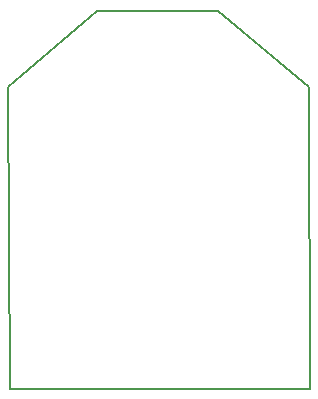
<source format=gko>
%TF.GenerationSoftware,KiCad,Pcbnew,(5.1.0-511-gbeef7c9f2)*%
%TF.CreationDate,2019-05-09T17:34:55+09:00*%
%TF.ProjectId,xbee,78626565-2e6b-4696-9361-645f70636258,rev?*%
%TF.SameCoordinates,Original*%
%TF.FileFunction,Profile,NP*%
%FSLAX46Y46*%
G04 Gerber Fmt 4.6, Leading zero omitted, Abs format (unit mm)*
G04 Created by KiCad (PCBNEW (5.1.0-511-gbeef7c9f2)) date 2019-05-09 17:34:55*
%MOMM*%
%LPD*%
G04 APERTURE LIST*
%ADD10C,0.150000*%
G04 APERTURE END LIST*
D10*
X143250000Y-90250000D02*
X153500000Y-90250000D01*
X135750000Y-96750000D02*
X143250000Y-90250000D01*
X135750000Y-96750000D02*
X135850000Y-122250000D01*
X153500000Y-90250000D02*
X161201100Y-96750000D01*
X161201100Y-96750000D02*
X161250000Y-122250000D01*
X161250000Y-122250000D02*
X135850000Y-122250000D01*
M02*

</source>
